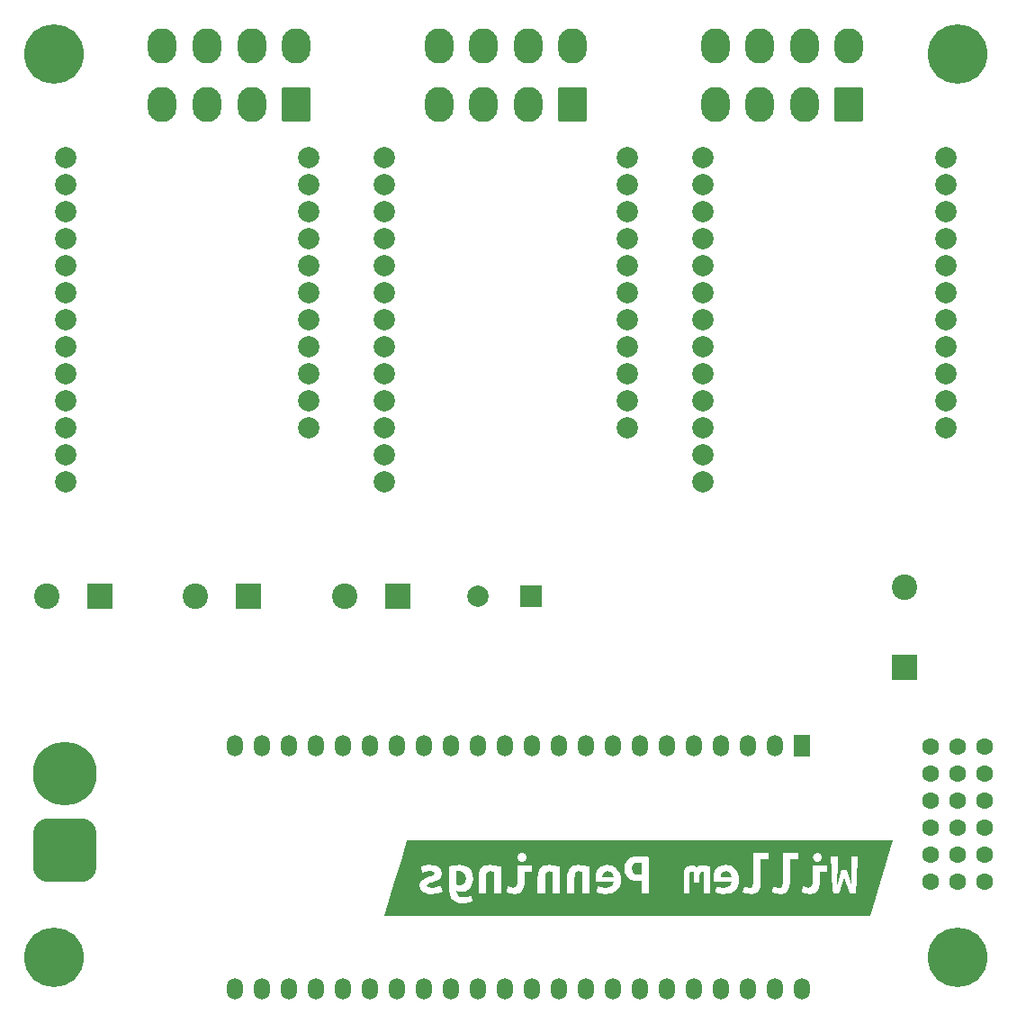
<source format=gbs>
%TF.GenerationSoftware,KiCad,Pcbnew,7.0.8*%
%TF.CreationDate,2024-01-29T21:33:25+01:00*%
%TF.ProjectId,cube-motherboard,63756265-2d6d-46f7-9468-6572626f6172,rev?*%
%TF.SameCoordinates,Original*%
%TF.FileFunction,Soldermask,Bot*%
%TF.FilePolarity,Negative*%
%FSLAX46Y46*%
G04 Gerber Fmt 4.6, Leading zero omitted, Abs format (unit mm)*
G04 Created by KiCad (PCBNEW 7.0.8) date 2024-01-29 21:33:25*
%MOMM*%
%LPD*%
G01*
G04 APERTURE LIST*
G04 Aperture macros list*
%AMRoundRect*
0 Rectangle with rounded corners*
0 $1 Rounding radius*
0 $2 $3 $4 $5 $6 $7 $8 $9 X,Y pos of 4 corners*
0 Add a 4 corners polygon primitive as box body*
4,1,4,$2,$3,$4,$5,$6,$7,$8,$9,$2,$3,0*
0 Add four circle primitives for the rounded corners*
1,1,$1+$1,$2,$3*
1,1,$1+$1,$4,$5*
1,1,$1+$1,$6,$7*
1,1,$1+$1,$8,$9*
0 Add four rect primitives between the rounded corners*
20,1,$1+$1,$2,$3,$4,$5,0*
20,1,$1+$1,$4,$5,$6,$7,0*
20,1,$1+$1,$6,$7,$8,$9,0*
20,1,$1+$1,$8,$9,$2,$3,0*%
G04 Aperture macros list end*
%ADD10C,2.000000*%
%ADD11C,1.600000*%
%ADD12R,1.500000X2.000000*%
%ADD13O,1.500000X2.000000*%
%ADD14C,5.600000*%
%ADD15RoundRect,1.500000X1.500000X-1.500000X1.500000X1.500000X-1.500000X1.500000X-1.500000X-1.500000X0*%
%ADD16C,6.000000*%
%ADD17R,2.000000X2.000000*%
%ADD18RoundRect,0.250001X1.099999X1.399999X-1.099999X1.399999X-1.099999X-1.399999X1.099999X-1.399999X0*%
%ADD19O,2.700000X3.300000*%
%ADD20R,2.400000X2.400000*%
%ADD21C,2.400000*%
G04 APERTURE END LIST*
%TO.C,kibuzzard-65625AD1*%
G36*
X88439944Y-101883256D02*
G01*
X88601075Y-102005494D01*
X88701087Y-102183294D01*
X88748316Y-102388875D01*
X87703741Y-102388875D01*
X87731522Y-102186072D01*
X87820422Y-102011050D01*
X87975997Y-101886034D01*
X88209359Y-101838806D01*
X88439944Y-101883256D01*
G37*
G36*
X77327444Y-101883256D02*
G01*
X77488575Y-102005494D01*
X77588588Y-102183294D01*
X77635816Y-102388875D01*
X76591241Y-102388875D01*
X76619022Y-102186072D01*
X76707922Y-102011050D01*
X76863497Y-101886034D01*
X77096859Y-101838806D01*
X77327444Y-101883256D01*
G37*
G36*
X63478491Y-101913507D02*
G01*
X63678516Y-102154278D01*
X63745191Y-102555563D01*
X63716020Y-102839626D01*
X63628509Y-103047291D01*
X63261797Y-103216756D01*
X63053437Y-103188975D01*
X62878416Y-103116744D01*
X62878416Y-101861031D01*
X63017322Y-101838806D01*
X63145116Y-101833250D01*
X63478491Y-101913507D01*
G37*
G36*
X80138906Y-101063709D02*
G01*
X80308372Y-101077600D01*
X80308372Y-102188850D01*
X80030559Y-102188850D01*
X79743023Y-102156207D01*
X79536053Y-102058278D01*
X79411038Y-101881173D01*
X79369366Y-101611000D01*
X79410343Y-101354718D01*
X79533275Y-101185947D01*
X79724271Y-101092185D01*
X79969441Y-101060931D01*
X80138906Y-101063709D01*
G37*
G36*
X101768461Y-106035627D02*
G01*
X100610909Y-106035627D01*
X98282841Y-106035627D01*
X96104791Y-106035627D01*
X93354447Y-106035627D01*
X90576322Y-106035627D01*
X88020447Y-106035627D01*
X84231084Y-106035627D01*
X80308372Y-106035627D01*
X76907947Y-106035627D01*
X73285272Y-106035627D01*
X70507147Y-106035627D01*
X68323541Y-106035627D01*
X64950897Y-106035627D01*
X63489603Y-106035627D01*
X60583684Y-106035627D01*
X59389091Y-106035627D01*
X58231539Y-106035627D01*
X56110162Y-106035627D01*
X56954157Y-103222313D01*
X59389091Y-103222313D01*
X59450209Y-103527906D01*
X59653013Y-103777938D01*
X60022503Y-103944625D01*
X60276702Y-103990464D01*
X60583684Y-104005744D01*
X60897612Y-103986297D01*
X61161534Y-103927956D01*
X61544916Y-103789050D01*
X61515193Y-103627919D01*
X62189441Y-103627919D01*
X62223704Y-104016856D01*
X62326495Y-104331710D01*
X62497812Y-104572481D01*
X62745066Y-104742256D01*
X63075662Y-104844120D01*
X63489603Y-104878075D01*
X63729216Y-104865573D01*
X63959106Y-104828069D01*
X64389716Y-104711388D01*
X64261922Y-104133538D01*
X63922991Y-104247441D01*
X63478491Y-104300225D01*
X63184009Y-104258553D01*
X63000653Y-104144650D01*
X62906197Y-103975184D01*
X62902122Y-103944625D01*
X64950897Y-103944625D01*
X65634316Y-103944625D01*
X65634316Y-102561119D01*
X65655152Y-102245802D01*
X65717659Y-102033275D01*
X66056591Y-101872144D01*
X66209387Y-101877700D01*
X66367741Y-101894369D01*
X66367741Y-103944625D01*
X67051159Y-103944625D01*
X67051159Y-103833500D01*
X67584559Y-103833500D01*
X67981831Y-103969628D01*
X68323541Y-104005744D01*
X68568710Y-103986297D01*
X68713073Y-103944625D01*
X70507147Y-103944625D01*
X71190566Y-103944625D01*
X71190566Y-102561119D01*
X71211402Y-102245802D01*
X71273909Y-102033275D01*
X71612841Y-101872144D01*
X71765637Y-101877700D01*
X71923991Y-101894369D01*
X71923991Y-103944625D01*
X72607409Y-103944625D01*
X73285272Y-103944625D01*
X73968691Y-103944625D01*
X73968691Y-102561119D01*
X73989527Y-102245802D01*
X74052034Y-102033275D01*
X74390966Y-101872144D01*
X74543763Y-101877700D01*
X74702116Y-101894369D01*
X74702116Y-103944625D01*
X75385534Y-103944625D01*
X75385534Y-102605569D01*
X75930047Y-102605569D01*
X75932825Y-102744475D01*
X75941159Y-102861156D01*
X77635816Y-102861156D01*
X77583031Y-103089657D01*
X77424678Y-103263984D01*
X77182981Y-103374415D01*
X76880166Y-103411225D01*
X76488450Y-103366775D01*
X76174522Y-103277875D01*
X76080066Y-103861281D01*
X76457891Y-103964072D01*
X76907947Y-104005744D01*
X77223959Y-103984213D01*
X77505244Y-103919622D01*
X77749719Y-103812664D01*
X77955300Y-103664034D01*
X78119904Y-103474427D01*
X78241447Y-103244538D01*
X78316456Y-102973670D01*
X78341459Y-102661131D01*
X78315067Y-102337480D01*
X78235891Y-102055500D01*
X78113653Y-101815887D01*
X77958078Y-101619334D01*
X77954734Y-101616556D01*
X78669278Y-101616556D01*
X78709715Y-101989751D01*
X78831027Y-102287010D01*
X79033212Y-102508334D01*
X79309482Y-102661131D01*
X79653043Y-102752809D01*
X80063897Y-102783369D01*
X80308372Y-102783369D01*
X80308372Y-103944625D01*
X80991791Y-103944625D01*
X84231084Y-103944625D01*
X84786709Y-103944625D01*
X84786709Y-102349981D01*
X84806156Y-102099950D01*
X84856163Y-101955488D01*
X84928394Y-101888813D01*
X85014516Y-101872144D01*
X85120084Y-101880478D01*
X85220097Y-101911038D01*
X85192316Y-102144400D01*
X85181203Y-102427769D01*
X85181203Y-102950056D01*
X85736828Y-102950056D01*
X85736828Y-102349981D01*
X85789612Y-101977713D01*
X85959078Y-101872144D01*
X86039644Y-101877700D01*
X86131322Y-101894369D01*
X86131322Y-103944625D01*
X86686947Y-103944625D01*
X86686947Y-102605569D01*
X87042547Y-102605569D01*
X87045325Y-102744475D01*
X87053659Y-102861156D01*
X88748316Y-102861156D01*
X88695531Y-103089657D01*
X88537178Y-103263984D01*
X88295481Y-103374415D01*
X87992666Y-103411225D01*
X87600950Y-103366775D01*
X87287022Y-103277875D01*
X87192566Y-103861281D01*
X87570391Y-103964072D01*
X88020447Y-104005744D01*
X88336459Y-103984213D01*
X88617744Y-103919622D01*
X88814594Y-103833500D01*
X89809559Y-103833500D01*
X89884569Y-103872394D01*
X90037366Y-103930734D01*
X90267950Y-103983519D01*
X90576322Y-104005744D01*
X90984706Y-103935596D01*
X91120834Y-103833500D01*
X92587684Y-103833500D01*
X92662694Y-103872394D01*
X92815491Y-103930734D01*
X93046075Y-103983519D01*
X93354447Y-104005744D01*
X93762831Y-103935596D01*
X93898959Y-103833500D01*
X95365809Y-103833500D01*
X95763081Y-103969628D01*
X96104791Y-104005744D01*
X96349960Y-103986297D01*
X96552069Y-103927956D01*
X96840994Y-103702928D01*
X96993791Y-103344550D01*
X97027128Y-103118133D01*
X97038241Y-102861156D01*
X97038241Y-101899925D01*
X97760553Y-101899925D01*
X97760553Y-101333188D01*
X96815991Y-101333188D01*
X96354822Y-101333188D01*
X96354822Y-102950056D01*
X96268700Y-103297322D01*
X95982553Y-103411225D01*
X95754747Y-103386222D01*
X95454709Y-103283431D01*
X95365809Y-103833500D01*
X93898959Y-103833500D01*
X94043422Y-103725153D01*
X94205942Y-103379971D01*
X94260116Y-102905606D01*
X94260116Y-100688663D01*
X94982428Y-100688663D01*
X94982428Y-100583094D01*
X96382603Y-100583094D01*
X96510397Y-100899800D01*
X96815991Y-101016481D01*
X97118806Y-100899800D01*
X97243822Y-100583094D01*
X97213646Y-100505306D01*
X98088372Y-100505306D01*
X98105041Y-100933832D01*
X98121709Y-101374859D01*
X98139767Y-101820748D01*
X98160603Y-102263859D01*
X98184912Y-102702109D01*
X98213388Y-103133413D01*
X98246030Y-103550131D01*
X98282841Y-103944625D01*
X98849578Y-103944625D01*
X98971816Y-103581385D01*
X99094053Y-103191753D01*
X99216291Y-102797954D01*
X99338528Y-102422213D01*
X99463544Y-102787536D01*
X99594116Y-103183419D01*
X99721909Y-103579302D01*
X99838591Y-103944625D01*
X100405328Y-103944625D01*
X100447000Y-103549437D01*
X100483116Y-103130634D01*
X100514370Y-102697247D01*
X100541456Y-102258303D01*
X100564376Y-101815192D01*
X100583128Y-101369303D01*
X100598408Y-100929665D01*
X100610909Y-100505306D01*
X99977497Y-100505306D01*
X99983053Y-100838681D01*
X99988609Y-101183169D01*
X99994166Y-101532518D01*
X99999722Y-101880478D01*
X100005278Y-102223577D01*
X100010834Y-102558341D01*
X100015002Y-102878520D01*
X100016391Y-103177863D01*
X99902488Y-102788925D01*
X99780250Y-102372206D01*
X99671903Y-101994381D01*
X99594116Y-101722125D01*
X99094053Y-101722125D01*
X99027378Y-101983269D01*
X98930144Y-102327756D01*
X98813463Y-102733363D01*
X98688447Y-103177863D01*
X98689836Y-102878520D01*
X98694003Y-102558341D01*
X98699559Y-102224271D01*
X98705116Y-101883256D01*
X98710672Y-101536685D01*
X98716228Y-101185947D01*
X98720395Y-100839376D01*
X98721784Y-100505306D01*
X98088372Y-100505306D01*
X97213646Y-100505306D01*
X97118806Y-100260831D01*
X96815991Y-100144150D01*
X96510397Y-100260831D01*
X96382603Y-100583094D01*
X94982428Y-100583094D01*
X94982428Y-100121925D01*
X93576697Y-100121925D01*
X93576697Y-102955613D01*
X93471128Y-103316769D01*
X93204428Y-103411225D01*
X92859941Y-103355663D01*
X92676584Y-103283431D01*
X92587684Y-103833500D01*
X91120834Y-103833500D01*
X91265297Y-103725153D01*
X91427817Y-103379971D01*
X91481991Y-102905606D01*
X91481991Y-100688663D01*
X92204303Y-100688663D01*
X92204303Y-100121925D01*
X90798572Y-100121925D01*
X90798572Y-102955613D01*
X90693003Y-103316769D01*
X90426303Y-103411225D01*
X90081816Y-103355663D01*
X89898459Y-103283431D01*
X89809559Y-103833500D01*
X88814594Y-103833500D01*
X88862219Y-103812664D01*
X89067800Y-103664034D01*
X89232404Y-103474427D01*
X89353947Y-103244538D01*
X89428956Y-102973670D01*
X89453959Y-102661131D01*
X89427567Y-102337480D01*
X89348391Y-102055500D01*
X89226153Y-101815887D01*
X89070578Y-101619334D01*
X88885833Y-101465843D01*
X88676084Y-101355413D01*
X88451056Y-101288737D01*
X88220472Y-101266513D01*
X87866107Y-101304480D01*
X87573477Y-101418383D01*
X87342584Y-101608222D01*
X87175897Y-101870909D01*
X87075884Y-102203358D01*
X87042547Y-102605569D01*
X86686947Y-102605569D01*
X86686947Y-101433200D01*
X86259116Y-101338744D01*
X85886847Y-101305406D01*
X85628481Y-101341522D01*
X85431234Y-101460981D01*
X85208984Y-101352634D01*
X84942284Y-101305406D01*
X84586684Y-101372081D01*
X84367212Y-101572106D01*
X84258866Y-101908259D01*
X84238030Y-102128426D01*
X84231084Y-102383319D01*
X84231084Y-103944625D01*
X80991791Y-103944625D01*
X80991791Y-100549756D01*
X80766762Y-100510863D01*
X80513953Y-100485859D01*
X80263922Y-100471969D01*
X80047228Y-100466413D01*
X79642857Y-100496355D01*
X79303925Y-100586181D01*
X79030434Y-100735891D01*
X78829792Y-100953510D01*
X78709407Y-101247066D01*
X78669278Y-101616556D01*
X77954734Y-101616556D01*
X77773333Y-101465843D01*
X77563584Y-101355413D01*
X77338556Y-101288737D01*
X77107972Y-101266513D01*
X76753607Y-101304480D01*
X76460977Y-101418383D01*
X76230084Y-101608222D01*
X76063397Y-101870909D01*
X75963384Y-102203358D01*
X75930047Y-102605569D01*
X75385534Y-102605569D01*
X75385534Y-101416531D01*
X75180648Y-101367914D01*
X74932700Y-101322075D01*
X74651415Y-101288738D01*
X74346516Y-101277625D01*
X74061758Y-101299155D01*
X73829784Y-101363747D01*
X73504744Y-101608222D01*
X73335278Y-101986047D01*
X73297773Y-102217326D01*
X73285272Y-102472219D01*
X73285272Y-103944625D01*
X72607409Y-103944625D01*
X72607409Y-101416531D01*
X72402523Y-101367914D01*
X72154575Y-101322075D01*
X71873290Y-101288738D01*
X71568391Y-101277625D01*
X71283633Y-101299155D01*
X71051659Y-101363747D01*
X70726619Y-101608222D01*
X70557153Y-101986047D01*
X70519648Y-102217326D01*
X70507147Y-102472219D01*
X70507147Y-103944625D01*
X68713073Y-103944625D01*
X68770819Y-103927956D01*
X69059744Y-103702928D01*
X69212541Y-103344550D01*
X69245878Y-103118133D01*
X69256991Y-102861156D01*
X69256991Y-101899925D01*
X69979303Y-101899925D01*
X69979303Y-101333188D01*
X69034741Y-101333188D01*
X68573572Y-101333188D01*
X68573572Y-102950056D01*
X68487450Y-103297322D01*
X68201303Y-103411225D01*
X67973497Y-103386222D01*
X67673459Y-103283431D01*
X67584559Y-103833500D01*
X67051159Y-103833500D01*
X67051159Y-101416531D01*
X66846273Y-101367914D01*
X66598325Y-101322075D01*
X66317040Y-101288738D01*
X66012141Y-101277625D01*
X65727383Y-101299155D01*
X65495409Y-101363747D01*
X65170369Y-101608222D01*
X65000903Y-101986047D01*
X64963398Y-102217326D01*
X64950897Y-102472219D01*
X64950897Y-103944625D01*
X62902122Y-103944625D01*
X62878416Y-103766825D01*
X62878416Y-103661256D01*
X63142338Y-103744600D01*
X63400703Y-103772381D01*
X63714014Y-103736574D01*
X63972380Y-103629153D01*
X64175800Y-103450119D01*
X64322423Y-103207496D01*
X64410397Y-102909310D01*
X64439722Y-102555563D01*
X64400211Y-102162303D01*
X64281677Y-101841893D01*
X64084122Y-101594331D01*
X63818657Y-101418383D01*
X63496394Y-101312815D01*
X63117334Y-101277625D01*
X62824088Y-101293059D01*
X62514790Y-101339361D01*
X62189441Y-101416531D01*
X62189441Y-103627919D01*
X61515193Y-103627919D01*
X61439347Y-103216756D01*
X61025406Y-103361219D01*
X60578128Y-103427894D01*
X60194747Y-103391778D01*
X60061397Y-103244538D01*
X60103069Y-103122300D01*
X60219750Y-103036178D01*
X60391994Y-102966725D01*
X60594797Y-102900050D01*
X60900391Y-102797259D01*
X61183759Y-102650019D01*
X61394897Y-102424991D01*
X61478241Y-102083281D01*
X61414344Y-101769353D01*
X61214319Y-101508209D01*
X60867053Y-101330409D01*
X60635080Y-101282487D01*
X60361434Y-101266513D01*
X60114876Y-101276236D01*
X59886375Y-101305406D01*
X59505772Y-101416531D01*
X59611341Y-101994381D01*
X59905822Y-101902703D01*
X60355878Y-101838806D01*
X60708700Y-101902703D01*
X60800378Y-102038831D01*
X60758706Y-102147178D01*
X60647581Y-102233300D01*
X60486450Y-102308309D01*
X60289203Y-102377763D01*
X59978053Y-102488888D01*
X59686350Y-102641684D01*
X59472434Y-102875047D01*
X59389091Y-103222313D01*
X56954157Y-103222313D01*
X57745923Y-100583094D01*
X68601353Y-100583094D01*
X68729147Y-100899800D01*
X69034741Y-101016481D01*
X69337556Y-100899800D01*
X69462572Y-100583094D01*
X69337556Y-100260831D01*
X69034741Y-100144150D01*
X68729147Y-100260831D01*
X68601353Y-100583094D01*
X57745923Y-100583094D01*
X58231539Y-98964373D01*
X59389091Y-98964373D01*
X100610909Y-98964373D01*
X101768461Y-98964373D01*
X103889838Y-98964373D01*
X101768461Y-106035627D01*
G37*
%TD*%
D10*
%TO.C,U3*%
X86070000Y-34760000D03*
X86070000Y-37300000D03*
X86070000Y-39840000D03*
X86070000Y-42380000D03*
X86070000Y-44920000D03*
X86070000Y-47460000D03*
X86070000Y-50000000D03*
X86070000Y-52540000D03*
X86070000Y-55080000D03*
X86070000Y-57620000D03*
X86070000Y-60160000D03*
X86070000Y-62700000D03*
X86070000Y-65240000D03*
X108930000Y-60160000D03*
X108930000Y-57620000D03*
X108930000Y-55080000D03*
X108930000Y-52540000D03*
X108930000Y-50000000D03*
X108930000Y-47460000D03*
X108930000Y-44920000D03*
X108930000Y-42380000D03*
X108930000Y-39840000D03*
X108930000Y-37300000D03*
X108930000Y-34760000D03*
%TD*%
%TO.C,U2*%
X56070000Y-34760000D03*
X56070000Y-37300000D03*
X56070000Y-39840000D03*
X56070000Y-42380000D03*
X56070000Y-44920000D03*
X56070000Y-47460000D03*
X56070000Y-50000000D03*
X56070000Y-52540000D03*
X56070000Y-55080000D03*
X56070000Y-57620000D03*
X56070000Y-60160000D03*
X56070000Y-62700000D03*
X56070000Y-65240000D03*
X78930000Y-60160000D03*
X78930000Y-57620000D03*
X78930000Y-55080000D03*
X78930000Y-52540000D03*
X78930000Y-50000000D03*
X78930000Y-47460000D03*
X78930000Y-44920000D03*
X78930000Y-42380000D03*
X78930000Y-39840000D03*
X78930000Y-37300000D03*
X78930000Y-34760000D03*
%TD*%
%TO.C,U1*%
X26070000Y-34760000D03*
X26070000Y-37300000D03*
X26070000Y-39840000D03*
X26070000Y-42380000D03*
X26070000Y-44920000D03*
X26070000Y-47460000D03*
X26070000Y-50000000D03*
X26070000Y-52540000D03*
X26070000Y-55080000D03*
X26070000Y-57620000D03*
X26070000Y-60160000D03*
X26070000Y-62700000D03*
X26070000Y-65240000D03*
X48930000Y-60160000D03*
X48930000Y-57620000D03*
X48930000Y-55080000D03*
X48930000Y-52540000D03*
X48930000Y-50000000D03*
X48930000Y-47460000D03*
X48930000Y-44920000D03*
X48930000Y-42380000D03*
X48930000Y-39840000D03*
X48930000Y-37300000D03*
X48930000Y-34760000D03*
%TD*%
D11*
%TO.C,J5*%
X107460000Y-102850000D03*
X107460000Y-100310000D03*
X107460000Y-97770000D03*
X107460000Y-95230000D03*
X107460000Y-92690000D03*
X107460000Y-90150000D03*
X110000000Y-102850000D03*
X110000000Y-100310000D03*
X110000000Y-97770000D03*
X110000000Y-95230000D03*
X110000000Y-92690000D03*
X110000000Y-90150000D03*
X112540000Y-102850000D03*
X112540000Y-100310000D03*
X112540000Y-97770000D03*
X112540000Y-95230000D03*
X112540000Y-92690000D03*
X112540000Y-90150000D03*
%TD*%
D12*
%TO.C,U4*%
X95392080Y-90070000D03*
D13*
X92852080Y-90070000D03*
X90312080Y-90070000D03*
X87772080Y-90070000D03*
X85232080Y-90070000D03*
X82692080Y-90070000D03*
X80152080Y-90070000D03*
X77612080Y-90070000D03*
X75072080Y-90070000D03*
X72532080Y-90070000D03*
X69992080Y-90070000D03*
X67452080Y-90070000D03*
X64912080Y-90070000D03*
X62372080Y-90070000D03*
X59832080Y-90070000D03*
X57292080Y-90070000D03*
X54752080Y-90070000D03*
X52212080Y-90070000D03*
X49672080Y-90070000D03*
X47134800Y-90066320D03*
X44594800Y-90066320D03*
X42054800Y-90066320D03*
X42052080Y-112930000D03*
X44592080Y-112930000D03*
X47132080Y-112930000D03*
X49672080Y-112930000D03*
X52212080Y-112930000D03*
X54752080Y-112930000D03*
X57292080Y-112930000D03*
X59832080Y-112930000D03*
X62372080Y-112930000D03*
X64912080Y-112930000D03*
X67452080Y-112930000D03*
X69992080Y-112930000D03*
X72532080Y-112930000D03*
X75072080Y-112930000D03*
X77612080Y-112930000D03*
X80152080Y-112930000D03*
X82692080Y-112930000D03*
X85232080Y-112930000D03*
X87772080Y-112930000D03*
X90312080Y-112930000D03*
X92852080Y-112930000D03*
X95392080Y-112930000D03*
%TD*%
D14*
%TO.C,H4*%
X110000000Y-110000000D03*
%TD*%
D15*
%TO.C,J1*%
X26000000Y-99900000D03*
D16*
X26000000Y-92700000D03*
%TD*%
D17*
%TO.C,C5*%
X69867677Y-76000000D03*
D10*
X64867677Y-76000000D03*
%TD*%
D14*
%TO.C,H1*%
X25000000Y-25000000D03*
%TD*%
D18*
%TO.C,J2*%
X47800000Y-29750000D03*
D19*
X43600000Y-29750000D03*
X39400000Y-29750000D03*
X35200000Y-29750000D03*
X47800000Y-24250000D03*
X43600000Y-24250000D03*
X39400000Y-24250000D03*
X35200000Y-24250000D03*
%TD*%
D20*
%TO.C,C2*%
X43323959Y-76000000D03*
D21*
X38323959Y-76000000D03*
%TD*%
D18*
%TO.C,J3*%
X73800000Y-29750000D03*
D19*
X69600000Y-29750000D03*
X65400000Y-29750000D03*
X61200000Y-29750000D03*
X73800000Y-24250000D03*
X69600000Y-24250000D03*
X65400000Y-24250000D03*
X61200000Y-24250000D03*
%TD*%
D20*
%TO.C,C1*%
X29323959Y-76000000D03*
D21*
X24323959Y-76000000D03*
%TD*%
D20*
%TO.C,C4*%
X105000000Y-82702780D03*
D21*
X105000000Y-75202780D03*
%TD*%
D20*
%TO.C,C3*%
X57323959Y-76000000D03*
D21*
X52323959Y-76000000D03*
%TD*%
D14*
%TO.C,H3*%
X25000000Y-110000000D03*
%TD*%
D18*
%TO.C,J4*%
X99800000Y-29750000D03*
D19*
X95600000Y-29750000D03*
X91400000Y-29750000D03*
X87200000Y-29750000D03*
X99800000Y-24250000D03*
X95600000Y-24250000D03*
X91400000Y-24250000D03*
X87200000Y-24250000D03*
%TD*%
D14*
%TO.C,H2*%
X110000000Y-25000000D03*
%TD*%
M02*

</source>
